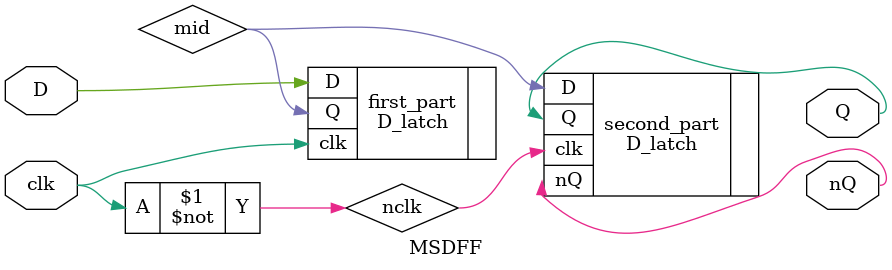
<source format=sv>
`timescale 1ns/1ns

module MSDFF(input D, clk, output Q, nQ);
	wire mid, nclk;
	not #6 notclk(nclk, clk);
	D_latch first_part(.D(D), .clk(clk), .Q(mid));
	D_latch second_part(.D(mid), .clk(nclk), .Q(Q), .nQ(nQ));
endmodule
</source>
